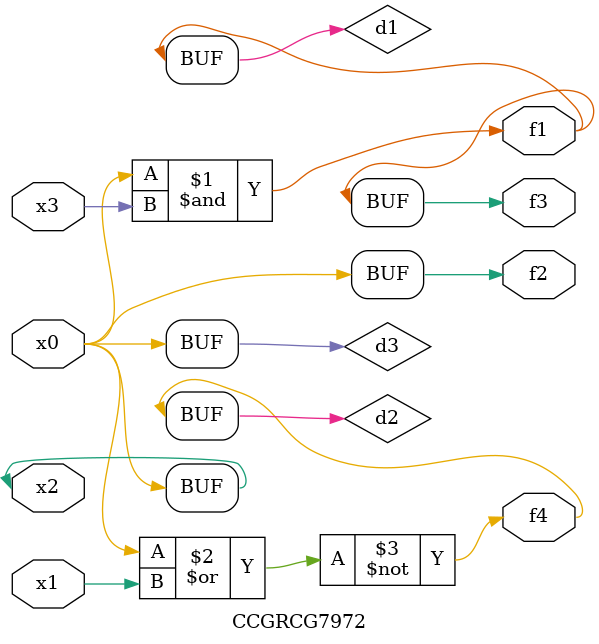
<source format=v>
module CCGRCG7972(
	input x0, x1, x2, x3,
	output f1, f2, f3, f4
);

	wire d1, d2, d3;

	and (d1, x2, x3);
	nor (d2, x0, x1);
	buf (d3, x0, x2);
	assign f1 = d1;
	assign f2 = d3;
	assign f3 = d1;
	assign f4 = d2;
endmodule

</source>
